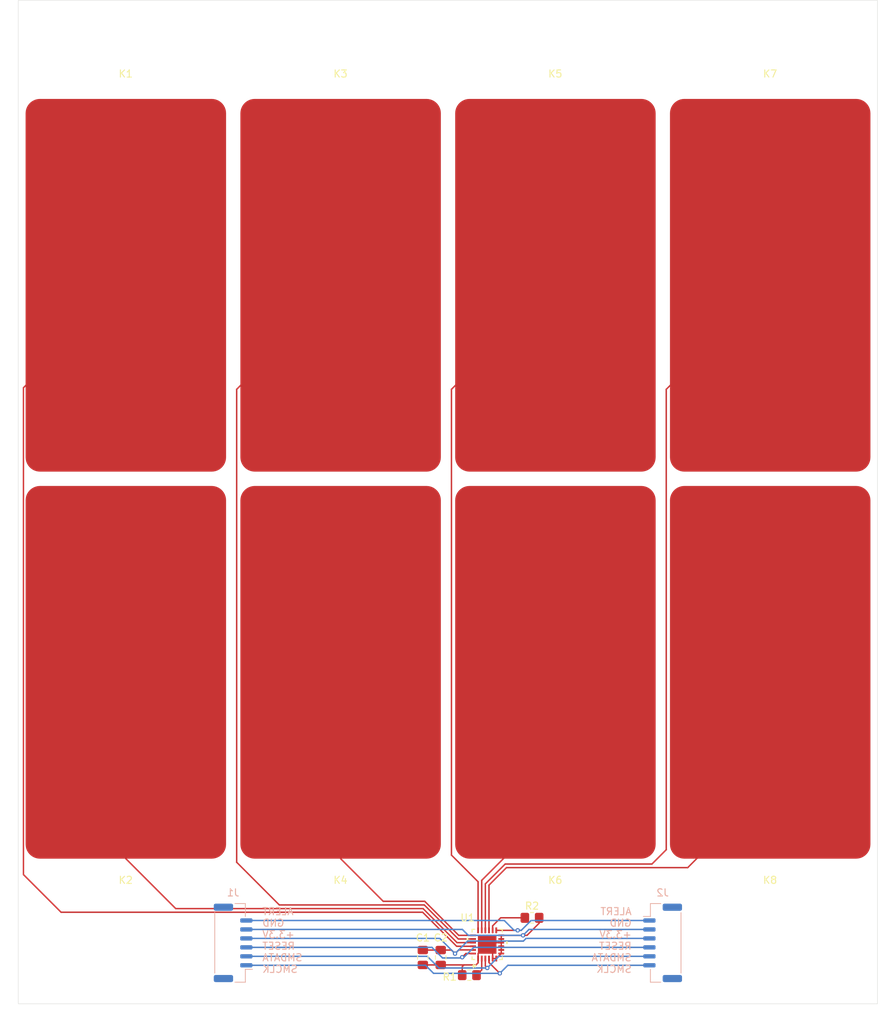
<source format=kicad_pcb>
(kicad_pcb (version 20240108) (generator "pcbnew") (generator_version "8.0")
  (layers (0 "F.Cu" signal) (31 "B.Cu" signal) (34 "B.Paste" user) (35 "F.Paste" user) (36 "B.SilkS" user "B.Silkscreen") (37 "F.SilkS" user "F.Silkscreen") (38 "B.Mask" user) (39 "F.Mask" user) (44 "Edge.Cuts" user))
  (net 0 "")
  (net 1 "+3.3V")
  (net 2 "SMDATA")
  (net 3 "RESET")
  (net 4 "GND")
  (net 5 "ALERT")
  (net 6 "SMCLK")
  (net 7 "Net-(K1-Pin_1)")
  (net 8 "Net-(K2-Pin_1)")
  (net 9 "Net-(K3-Pin_1)")
  (net 10 "Net-(K4-Pin_1)")
  (net 11 "Net-(K5-Pin_1)")
  (net 12 "Net-(K6-Pin_1)")
  (net 13 "Net-(K7-Pin_1)")
  (net 14 "Net-(K8-Pin_1)")
  (net 15 "Net-(U1-WAKE{slash}SPI_MOSI)")
  (net 16 "Net-(U1-ADDR_COMM)")
  (footprint "Resistor_SMD:R_0805_2012Metric_Pad1.20x1.40mm_HandSolder" (layer "F.Cu") (at 121.75 261)
    (property "Reference" "R1" (at -2.75 0.25 0) (layer "F.SilkS"))
    (property "Value" "10k")
    (fp_line (start -0.227064 -0.735) (end 0.227064 -0.735) (stroke (width 0.12)) (layer "F.SilkS"))
    (fp_line (start -0.227064 0.735) (end 0.227064 0.735) (stroke (width 0.12)) (layer "F.SilkS"))
    (pad "1" smd roundrect (at -1 0) (size 1.2 1.4) (layers "F.Cu" "F.Paste" "F.Mask") (roundrect_rratio 0.208333) (net 4 "GND"))
    (pad "2" smd roundrect (at 1 0) (size 1.2 1.4) (layers "F.Cu" "F.Paste" "F.Mask") (roundrect_rratio 0.208333) (net 15 "Net-(U1-WAKE{slash}SPI_MOSI)"))
  )
  (footprint "Resistor_SMD:R_0805_2012Metric_Pad1.20x1.40mm_HandSolder" (layer "F.Cu") (at 130.5 253)
    (property "Reference" "R2" (at 0 -1.65 0) (layer "F.SilkS"))
    (property "Value" "150k")
    (fp_line (start -0.227064 -0.735) (end 0.227064 -0.735) (stroke (width 0.12)) (layer "F.SilkS"))
    (fp_line (start -0.227064 0.735) (end 0.227064 0.735) (stroke (width 0.12)) (layer "F.SilkS"))
    (pad "1" smd roundrect (at -1 0) (size 1.2 1.4) (layers "F.Cu" "F.Paste" "F.Mask") (roundrect_rratio 0.208333) (net 16 "Net-(U1-ADDR_COMM)"))
    (pad "2" smd roundrect (at 1 0) (size 1.2 1.4) (layers "F.Cu" "F.Paste" "F.Mask") (roundrect_rratio 0.208333) (net 4 "GND"))
  )
  (footprint "TouchKey:TouchKey_Standard" (layer "F.Cu") (at 103.76905 218.75)
    (property "Reference" "K4" (at -0.01905 29 0) (layer "F.SilkS"))
    (property "Value" "Conn_01x01")
    (pad "1" smd roundrect (at 0 0) (size 28 52) (layers "F.Cu") (roundrect_rratio 0.07142857143) (net 10 "Net-(K4-Pin_1)"))
  )
  (footprint "CAP1188_1_CP_TR:QFN24_4X4MC_MCH" (layer "F.Cu") (at 124.238 256.7185 90)
    (property "Reference" "U1" (at 3.7185 -2.738 0) (layer "F.SilkS"))
    (property "Value" "CAP1188-1-CP-TR")
    (fp_line (start 2.1082 -2.1082) (end 1.72974 -2.1082) (stroke (width 0.1524)) (layer "F.SilkS"))
    (fp_line (start -1.72974 -2.1082) (end -2.1082 -2.1082) (stroke (width 0.1524)) (layer "F.SilkS"))
    (fp_line (start -2.1082 -2.1082) (end -2.1082 -1.72974) (stroke (width 0.1524)) (layer "F.SilkS"))
    (fp_line (start 2.1082 -1.72974) (end 2.1082 -2.1082) (stroke (width 0.1524)) (layer "F.SilkS"))
    (fp_line (start -2.1082 1.72974) (end -2.1082 2.1082) (stroke (width 0.1524)) (layer "F.SilkS"))
    (fp_line (start 2.1082 2.1082) (end 2.1082 1.72974) (stroke (width 0.1524)) (layer "F.SilkS"))
    (fp_line (start 1.72974 2.1082) (end 2.1082 2.1082) (stroke (width 0.1524)) (layer "F.SilkS"))
    (fp_line (start -2.1082 2.1082) (end -1.72974 2.1082) (stroke (width 0.1524)) (layer "F.SilkS"))
    (fp_poly (pts (xy 0.5715 -2.6289) (xy 0.5715 -2.8829) (xy 0.9525 -2.8829) (xy 0.9525 -2.6289)) (fill solid) (layer "F.SilkS"))
    (fp_poly (pts (xy 0.0635 2.6289) (xy 0.0635 2.8829) (xy 0.4445 2.8829) (xy 0.4445 2.6289)) (fill solid) (layer "F.SilkS"))
    (fp_text user "*" (at -3.0099 -1.524 90) (layer "F.SilkS"))
    (fp_text user "*" (at -3.0099 -1.524 90) (layer "F.SilkS"))
    (pad "1" smd rect (at -1.9685 -1.27 180) (size 0.254 0.8128) (layers "F.Cu" "F.Paste" "F.Mask") (net 4 "GND"))
    (pad "2" smd rect (at -1.9685 -0.762 180) (size 0.254 0.8128) (layers "F.Cu" "F.Paste" "F.Mask") (net 15 "Net-(U1-WAKE{slash}SPI_MOSI)"))
    (pad "3" smd rect (at -1.9685 -0.254 180) (size 0.254 0.8128) (layers "F.Cu" "F.Paste" "F.Mask") (net 2 "SMDATA"))
    (pad "4" smd rect (at -1.9685 0.254 180) (size 0.254 0.8128) (layers "F.Cu" "F.Paste" "F.Mask") (net 6 "SMCLK"))
    (pad "5" smd rect (at -1.9685 0.762 180) (size 0.254 0.8128) (layers "F.Cu" "F.Paste" "F.Mask") (net 4 "GND"))
    (pad "6" smd rect (at -1.9685 1.27 180) (size 0.254 0.8128) (layers "F.Cu" "F.Paste" "F.Mask") (net 4 "GND"))
    (pad "7" smd rect (at -1.27 1.9685 90) (size 0.254 0.8128) (layers "F.Cu" "F.Paste" "F.Mask") (net 4 "GND"))
    (pad "8" smd rect (at -0.762 1.9685 90) (size 0.254 0.8128) (layers "F.Cu" "F.Paste" "F.Mask") (net 4 "GND"))
    (pad "9" smd rect (at -0.254 1.9685 90) (size 0.254 0.8128) (layers "F.Cu" "F.Paste" "F.Mask") (net 4 "GND"))
    (pad "10" smd rect (at 0.254 1.9685 90) (size 0.254 0.8128) (layers "F.Cu" "F.Paste" "F.Mask") (net 4 "GND"))
    (pad "11" smd rect (at 0.762 1.9685 90) (size 0.254 0.8128) (layers "F.Cu" "F.Paste" "F.Mask") (net 4 "GND"))
    (pad "12" smd rect (at 1.27 1.9685 90) (size 0.254 0.8128) (layers "F.Cu" "F.Paste" "F.Mask") (net 4 "GND"))
    (pad "13" smd rect (at 1.9685 1.27 180) (size 0.254 0.8128) (layers "F.Cu" "F.Paste" "F.Mask") (net 5 "ALERT"))
    (pad "14" smd rect (at 1.9685 0.762 180) (size 0.254 0.8128) (layers "F.Cu" "F.Paste" "F.Mask") (net 16 "Net-(U1-ADDR_COMM)"))
    (pad "15" smd rect (at 1.9685 0.254 180) (size 0.254 0.8128) (layers "F.Cu" "F.Paste" "F.Mask") (net 14 "Net-(K8-Pin_1)"))
    (pad "16" smd rect (at 1.9685 -0.254 180) (size 0.254 0.8128) (layers "F.Cu" "F.Paste" "F.Mask") (net 13 "Net-(K7-Pin_1)"))
    (pad "17" smd rect (at 1.9685 -0.762 180) (size 0.254 0.8128) (layers "F.Cu" "F.Paste" "F.Mask") (net 12 "Net-(K6-Pin_1)"))
    (pad "18" smd rect (at 1.9685 -1.27 180) (size 0.254 0.8128) (layers "F.Cu" "F.Paste" "F.Mask") (net 11 "Net-(K5-Pin_1)"))
    (pad "19" smd rect (at 1.27 -1.9685 90) (size 0.254 0.8128) (layers "F.Cu" "F.Paste" "F.Mask") (net 10 "Net-(K4-Pin_1)"))
    (pad "20" smd rect (at 0.762 -1.9685 90) (size 0.254 0.8128) (layers "F.Cu" "F.Paste" "F.Mask") (net 9 "Net-(K3-Pin_1)"))
    (pad "21" smd rect (at 0.254 -1.9685 90) (size 0.254 0.8128) (layers "F.Cu" "F.Paste" "F.Mask") (net 8 "Net-(K2-Pin_1)"))
    (pad "22" smd rect (at -0.254 -1.9685 90) (size 0.254 0.8128) (layers "F.Cu" "F.Paste" "F.Mask") (net 7 "Net-(K1-Pin_1)"))
    (pad "23" smd rect (at -0.762 -1.9685 90) (size 0.254 0.8128) (layers "F.Cu" "F.Paste" "F.Mask") (net 1 "+3.3V"))
    (pad "24" smd rect (at -1.27 -1.9685 90) (size 0.254 0.8128) (layers "F.Cu" "F.Paste" "F.Mask") (net 3 "RESET"))
    (pad "25" smd rect (at 0 0 90) (size 2.5908 2.5908) (layers "F.Cu" "F.Paste" "F.Mask") (net 4 "GND"))
  )
  (footprint "TouchKey:TouchKey_Standard" (layer "F.Cu") (at 103.76905 164.75 180)
    (property "Reference" "K3" (at 0.01905 29.5 0) (layer "F.SilkS"))
    (property "Value" "Conn_01x01")
    (pad "1" smd roundrect (at 0 0 180) (size 28 52) (layers "F.Cu") (roundrect_rratio 0.07142857143) (net 9 "Net-(K3-Pin_1)"))
  )
  (footprint "MountingHole:MountingHole_3.2mm_M3" (layer "F.Cu") (at 173.75 130)
    (property "Reference" "H2" (hide yes))
    (property "Value" "MountingHole")
    (pad "" np_thru_hole circle (at 0 0) (size 3.2 3.2) (drill 3.2) (layers "*.Cu" "*.Mask"))
  )
  (footprint "TouchKey:TouchKey_Standard" (layer "F.Cu") (at 163.76905 218.75)
    (property "Reference" "K8" (at -0.01905 29 0) (layer "F.SilkS"))
    (property "Value" "Conn_01x01")
    (pad "1" smd roundrect (at 0 0) (size 28 52) (layers "F.Cu") (roundrect_rratio 0.07142857143) (net 14 "Net-(K8-Pin_1)"))
  )
  (footprint "TouchKey:TouchKey_Standard" (layer "F.Cu") (at 73.76905 164.75 180)
    (property "Reference" "K1" (at 0.01905 29.5 0) (layer "F.SilkS"))
    (property "Value" "Conn_01x01")
    (pad "1" smd roundrect (at 0 0 180) (size 28 52) (layers "F.Cu") (roundrect_rratio 0.07142857143) (net 7 "Net-(K1-Pin_1)"))
  )
  (footprint "Capacitor_SMD:C_0805_2012Metric_Pad1.18x1.45mm_HandSolder" (layer "F.Cu") (at 117.75 258.5375 -90)
    (property "Reference" "C2" (at -2.75 0 0) (layer "F.SilkS"))
    (property "Value" "10uF")
    (fp_line (start -0.261252 0.735) (end 0.261252 0.735) (stroke (width 0.12)) (layer "F.SilkS"))
    (fp_line (start -0.261252 -0.735) (end 0.261252 -0.735) (stroke (width 0.12)) (layer "F.SilkS"))
    (pad "1" smd roundrect (at -1.0375 0 270) (size 1.175 1.45) (layers "F.Cu" "F.Paste" "F.Mask") (roundrect_rratio 0.212766) (net 1 "+3.3V"))
    (pad "2" smd roundrect (at 1.0375 0 270) (size 1.175 1.45) (layers "F.Cu" "F.Paste" "F.Mask") (roundrect_rratio 0.212766) (net 4 "GND"))
  )
  (footprint "TouchKey:TouchKey_Standard" (layer "F.Cu") (at 133.76905 218.75)
    (property "Reference" "K6" (at -0.01905 29 0) (layer "F.SilkS"))
    (property "Value" "Conn_01x01")
    (pad "1" smd roundrect (at 0 0) (size 28 52) (layers "F.Cu") (roundrect_rratio 0.07142857143) (net 12 "Net-(K6-Pin_1)"))
  )
  (footprint "Capacitor_SMD:C_0805_2012Metric_Pad1.18x1.45mm_HandSolder" (layer "F.Cu") (at 115.25 258.5375 -90)
    (property "Reference" "C1" (at -2.75 0 0) (layer "F.SilkS"))
    (property "Value" "0.1uF")
    (fp_line (start -0.261252 0.735) (end 0.261252 0.735) (stroke (width 0.12)) (layer "F.SilkS"))
    (fp_line (start -0.261252 -0.735) (end 0.261252 -0.735) (stroke (width 0.12)) (layer "F.SilkS"))
    (pad "1" smd roundrect (at -1.0375 0 270) (size 1.175 1.45) (layers "F.Cu" "F.Paste" "F.Mask") (roundrect_rratio 0.212766) (net 1 "+3.3V"))
    (pad "2" smd roundrect (at 1.0375 0 270) (size 1.175 1.45) (layers "F.Cu" "F.Paste" "F.Mask") (roundrect_rratio 0.212766) (net 4 "GND"))
  )
  (footprint "MountingHole:MountingHole_3.2mm_M3" (layer "F.Cu") (at 63.75 260)
    (property "Reference" "H3" (hide yes))
    (property "Value" "MountingHole")
    (pad "" np_thru_hole circle (at 0 0) (size 3.2 3.2) (drill 3.2) (layers "*.Cu" "*.Mask"))
  )
  (footprint "MountingHole:MountingHole_3.2mm_M3" (layer "F.Cu") (at 63.75 130)
    (property "Reference" "H1" (hide yes))
    (property "Value" "MountingHole")
    (pad "" np_thru_hole circle (at 0 0) (size 3.2 3.2) (drill 3.2) (layers "*.Cu" "*.Mask"))
  )
  (footprint "TouchKey:TouchKey_Standard" (layer "F.Cu") (at 73.76905 218.75)
    (property "Reference" "K2" (at -0.01905 29 0) (layer "F.SilkS"))
    (property "Value" "Conn_01x01")
    (pad "1" smd roundrect (at 0 0) (size 28 52) (layers "F.Cu") (roundrect_rratio 0.07142857143) (net 8 "Net-(K2-Pin_1)"))
  )
  (footprint "MountingHole:MountingHole_3.2mm_M3" (layer "F.Cu") (at 173.75 260)
    (property "Reference" "H4" (hide yes))
    (property "Value" "MountingHole")
    (pad "" np_thru_hole circle (at 0 0) (size 3.2 3.2) (drill 3.2) (layers "*.Cu" "*.Mask"))
  )
  (footprint "TouchKey:TouchKey_Standard" (layer "F.Cu") (at 163.76905 164.75 180)
    (property "Reference" "K7" (at 0.01905 29.5 0) (layer "F.SilkS"))
    (property "Value" "Conn_01x01")
    (pad "1" smd roundrect (at 0 0 180) (size 28 52) (layers "F.Cu") (roundrect_rratio 0.07142857143) (net 13 "Net-(K7-Pin_1)"))
  )
  (footprint "TouchKey:TouchKey_Standard" (layer "F.Cu") (at 133.76905 164.75 180)
    (property "Reference" "K5" (at 0.01905 29.5 0) (layer "F.SilkS"))
    (property "Value" "Conn_01x01")
    (pad "1" smd roundrect (at 0 0 180) (size 28 52) (layers "F.Cu") (roundrect_rratio 0.07142857143) (net 11 "Net-(K5-Pin_1)"))
  )
  (footprint "Connector_JST:JST_GH_SM06B-GHS-TB_1x06-1MP_P1.25mm_Horizontal" (layer "B.Cu") (at 88.75 256.5 90)
    (property "Reference" "J1" (at 7 0 0) (layer "B.SilkS") (effects (justify mirror)))
    (property "Value" "Conn_01x06_Socket")
    (fp_line (start 4.215 -2.56) (end -4.215 -2.56) (stroke (width 0.12)) (layer "B.SilkS"))
    (fp_line (start 5.485 1.71) (end 5.485 0.26) (stroke (width 0.12)) (layer "B.SilkS"))
    (fp_line (start 3.685 1.71) (end 5.485 1.71) (stroke (width 0.12)) (layer "B.SilkS"))
    (fp_line (start -3.685 1.71) (end -5.485 1.71) (stroke (width 0.12)) (layer "B.SilkS"))
    (fp_line (start -5.485 1.71) (end -5.485 0.26) (stroke (width 0.12)) (layer "B.SilkS"))
    (fp_line (start -3.685 2.7) (end -3.685 1.71) (stroke (width 0.12)) (layer "B.SilkS"))
    (pad "1" smd roundrect (at -3.125 1.85 90) (size 0.6 1.7) (layers "B.Cu" "B.Paste" "B.Mask") (net 6 "SMCLK"))
    (pad "2" smd roundrect (at -1.875 1.85 90) (size 0.6 1.7) (layers "B.Cu" "B.Paste" "B.Mask") (net 2 "SMDATA"))
    (pad "3" smd roundrect (at -0.625 1.85 90) (size 0.6 1.7) (layers "B.Cu" "B.Paste" "B.Mask") (net 3 "RESET"))
    (pad "4" smd roundrect (at 0.625 1.85 90) (size 0.6 1.7) (layers "B.Cu" "B.Paste" "B.Mask") (net 1 "+3.3V"))
    (pad "5" smd roundrect (at 1.875 1.85 90) (size 0.6 1.7) (layers "B.Cu" "B.Paste" "B.Mask") (net 4 "GND"))
    (pad "6" smd roundrect (at 3.125 1.85 90) (size 0.6 1.7) (layers "B.Cu" "B.Paste" "B.Mask") (net 5 "ALERT"))
    (pad "MP" smd roundrect (at -4.975 -1.35 90) (size 1 2.7) (layers "B.Cu" "B.Paste" "B.Mask"))
    (pad "MP" smd roundrect (at 4.975 -1.35 90) (size 1 2.7) (layers "B.Cu" "B.Paste" "B.Mask"))
  )
  (footprint "Logo:Snep_Copper" (layer "B.Cu") (at 164.5 256.25 180)
    (property "Reference" "G***" (hide yes))
    (property "Value" "LOGO" (hide yes))
  )
  (footprint "Connector_JST:JST_GH_SM06B-GHS-TB_1x06-1MP_P1.25mm_Horizontal" (layer "B.Cu") (at 148.75 256.5 -90)
    (property "Reference" "J2" (at -7 0 0) (layer "B.SilkS") (effects (justify mirror)))
    (property "Value" "Conn_01x06_Socket")
    (fp_line (start -3.685 2.7) (end -3.685 1.71) (stroke (width 0.12)) (layer "B.SilkS"))
    (fp_line (start -5.485 1.71) (end -5.485 0.26) (stroke (width 0.12)) (layer "B.SilkS"))
    (fp_line (start -3.685 1.71) (end -5.485 1.71) (stroke (width 0.12)) (layer "B.SilkS"))
    (fp_line (start 3.685 1.71) (end 5.485 1.71) (stroke (width 0.12)) (layer "B.SilkS"))
    (fp_line (start 5.485 1.71) (end 5.485 0.26) (stroke (width 0.12)) (layer "B.SilkS"))
    (fp_line (start 4.215 -2.56) (end -4.215 -2.56) (stroke (width 0.12)) (layer "B.SilkS"))
    (pad "1" smd roundrect (at -3.125 1.85 270) (size 0.6 1.7) (layers "B.Cu" "B.Paste" "B.Mask") (net 5 "ALERT"))
    (pad "2" smd roundrect (at -1.875 1.85 270) (size 0.6 1.7) (layers "B.Cu" "B.Paste" "B.Mask") (net 4 "GND"))
    (pad "3" smd roundrect (at -0.625 1.85 270) (size 0.6 1.7) (layers "B.Cu" "B.Paste" "B.Mask") (net 1 "+3.3V"))
    (pad "4" smd roundrect (at 0.625 1.85 270) (size 0.6 1.7) (layers "B.Cu" "B.Paste" "B.Mask") (net 3 "RESET"))
    (pad "5" smd roundrect (at 1.875 1.85 270) (size 0.6 1.7) (layers "B.Cu" "B.Paste" "B.Mask") (net 2 "SMDATA"))
    (pad "6" smd roundrect (at 3.125 1.85 270) (size 0.6 1.7) (layers "B.Cu" "B.Paste" "B.Mask") (net 6 "SMCLK"))
    (pad "MP" smd roundrect (at -4.975 -1.35 270) (size 1 2.7) (layers "B.Cu" "B.Paste" "B.Mask"))
    (pad "MP" smd roundrect (at 4.975 -1.35 270) (size 1 2.7) (layers "B.Cu" "B.Paste" "B.Mask"))
  )
  (gr_rect (start 58.75 125) (end 178.75 265) (stroke (width 0.05)) (fill none) (layer "Edge.Cuts"))
  (gr_text "ALERT\nGND\n+3.3V\nRESET\nSMDATA\nSMCLK" (at 92.75 260.75 0) (layer "B.SilkS") (effects (font (size 1 1)) (justify right bottom mirror)))
  (gr_text "ALERT\nGND\n+3.3V\nRESET\nSMDATA\nSMCLK" (at 144.5 260.75 -0) (layer "B.SilkS") (effects (font (size 1 1)) (justify left bottom mirror)))
  (segment (start 115.25 257.5) (end 119.25 257.5) (width 0.2) (layer "F.Cu") (net 1))
  (segment (start 119.75 258) (end 120.2695 257.4805) (width 0.2) (layer "F.Cu") (net 1))
  (segment (start 119.25 257.5) (end 119.75 258) (width 0.2) (layer "F.Cu") (net 1))
  (segment (start 120.2695 257.4805) (end 122.2695 257.4805) (width 0.2) (layer "F.Cu") (net 1))
  (via (at 119.75 258) (size 0.6) (drill 0.3) (layers "F.Cu" "B.Cu") (net 1))
  (segment (start 121.5 256.25) (end 119.75 258) (width 0.2) (layer "B.Cu") (net 1))
  (segment (start 119.75 258) (end 117.625 255.875) (width 0.2) (layer "B.Cu") (net 1))
  (segment (start 129.672029 255.875) (end 129.297029 256.25) (width 0.2) (layer "B.Cu") (net 1))
  (segment (start 146.9 255.875) (end 129.672029 255.875) (width 0.2) (layer "B.Cu") (net 1))
  (segment (start 117.625 255.875) (end 90.6 255.875) (width 0.2) (layer "B.Cu") (net 1))
  (segment (start 129.297029 256.25) (end 121.5 256.25) (width 0.2) (layer "B.Cu") (net 1))
  (segment (start 124.25 260) (end 123.984 259.734) (width 0.2) (layer "F.Cu") (net 2))
  (segment (start 123.984 259.734) (end 123.984 258.687) (width 0.2) (layer "F.Cu") (net 2))
  (via (at 124.25 260) (size 0.6) (drill 0.3) (layers "F.Cu" "B.Cu") (net 2))
  (segment (start 124.25 260) (end 117.5 260) (width 0.2) (layer "B.Cu") (net 2))
  (segment (start 115.875 258.375) (end 90.6 258.375) (width 0.2) (layer "B.Cu") (net 2))
  (segment (start 124.25 260) (end 125.875 258.375) (width 0.2) (layer "B.Cu") (net 2))
  (segment (start 125.875 258.375) (end 146.9 258.375) (width 0.2) (layer "B.Cu") (net 2))
  (segment (start 117.5 260) (end 115.875 258.375) (width 0.2) (layer "B.Cu") (net 2))
  (segment (start 122.2695 257.9885) (end 121.2615 257.9885) (width 0.2) (layer "F.Cu") (net 3))
  (segment (start 121.2615 257.9885) (end 120.75 258.5) (width 0.2) (layer "F.Cu") (net 3))
  (via (at 120.75 258.5) (size 0.6) (drill 0.3) (layers "F.Cu" "B.Cu") (net 3))
  (segment (start 121 258.5) (end 122.375 257.125) (width 0.2) (layer "B.Cu") (net 3))
  (segment (start 120.75 258.5) (end 121 258.5) (width 0.2) (layer "B.Cu") (net 3))
  (segment (start 120.65 258.6) (end 118 258.6) (width 0.2) (layer "B.Cu") (net 3))
  (segment (start 116.525 257.125) (end 90.6 257.125) (width 0.2) (layer "B.Cu") (net 3))
  (segment (start 118 258.6) (end 116.525 257.125) (width 0.2) (layer "B.Cu") (net 3))
  (segment (start 120.75 258.5) (end 120.65 258.6) (width 0.2) (layer "B.Cu") (net 3))
  (segment (start 122.375 257.125) (end 146.9 257.125) (width 0.2) (layer "B.Cu") (net 3))
  (segment (start 131.5 253.75) (end 131.5 253) (width 0.2) (layer "F.Cu") (net 4))
  (segment (start 122.675 259.575) (end 122.968 259.282) (width 0.2) (layer "F.Cu") (net 4))
  (segment (start 122.9759 258.6791) (end 122.9759 257.9806) (width 0.2) (layer "F.Cu") (net 4))
  (segment (start 115.25 259.575) (end 117.75 259.575) (width 0.2) (layer "F.Cu") (net 4))
  (segment (start 122.9759 257.9806) (end 124.238 256.7185) (width 0.2) (layer "F.Cu") (net 4))
  (segment (start 124.492 256.4645) (end 124.238 256.7185) (width 0.2) (layer "F.Cu") (net 4))
  (segment (start 125 258.687) (end 125 257.4805) (width 0.2) (layer "F.Cu") (net 4))
  (segment (start 125.508 258.687) (end 126.2065 257.9885) (width 0.2) (layer "F.Cu") (net 4))
  (segment (start 120.75 259.825) (end 121 259.575) (width 0.2) (layer "F.Cu") (net 4))
  (segment (start 129.25 255.4485) (end 129.8015 255.4485) (width 0.2) (layer "F.Cu") (net 4))
  (segment (start 117.75 259.575) (end 122.675 259.575) (width 0.2) (layer "F.Cu") (net 4))
  (segment (start 120.75 261) (end 120.75 259.825) (width 0.2) (layer "F.Cu") (net 4))
  (segment (start 129.25 255.4485) (end 126.2065 255.4485) (width 0.2) (layer "F.Cu") (net 4))
  (segment (start 125 257.4805) (end 124.238 256.7185) (width 0.2) (layer "F.Cu") (net 4))
  (segment (start 126.2065 256.4645) (end 124.492 256.4645) (width 0.2) (layer "F.Cu") (net 4))
  (segment (start 122.968 258.687) (end 122.9759 258.6791) (width 0.2) (layer "F.Cu") (net 4))
  (segment (start 129.8015 255.4485) (end 131.5 253.75) (width 0.2) (layer "F.Cu") (net 4))
  (segment (start 126.2065 257.9885) (end 126.2065 255.4485) (width 0.2) (layer "F.Cu") (net 4))
  (segment (start 122.968 259.282) (end 122.968 258.687) (width 0.2) (layer "F.Cu") (net 4))
  (segment (start 125 258.687) (end 125.508 258.687) (width 0.2) (layer "F.Cu") (net 4))
  (via (at 129.25 255.4485) (size 0.6) (drill 0.3) (layers "F.Cu" "B.Cu") (net 4))
  (segment (start 129.25 255.4485) (end 130.0735 254.625) (width 0.2) (layer "B.Cu") (net 4))
  (segment (start 121.599971 255.4485) (end 120.776471 254.625) (width 0.2) (layer "B.Cu") (net 4))
  (segment (start 120.776471 254.625) (end 90.6 254.625) (width 0.2) (layer "B.Cu") (net 4))
  (segment (start 129.25 255.4485) (end 121.599971 255.4485) (width 0.2) (layer "B.Cu") (net 4))
  (segment (start 130.0735 254.625) (end 146.9 254.625) (width 0.2) (layer "B.Cu") (net 4))
  (segment (start 125.508 254.75) (end 128.5 254.75) (width 0.2) (layer "F.Cu") (net 5))
  (via (at 128.5 254.75) (size 0.6) (drill 0.3) (layers "F.Cu" "B.Cu") (net 5))
  (segment (start 129 254.75) (end 130.375 253.375) (width 0.2) (layer "B.Cu") (net 5))
  (segment (start 126.625 253.375) (end 128 254.75) (width 0.2) (layer "B.Cu") (net 5))
  (segment (start 128 254.75) (end 128.5 254.75) (width 0.2) (layer "B.Cu") (net 5))
  (segment (start 128.5 254.75) (end 129 254.75) (width 0.2) (layer "B.Cu") (net 5))
  (segment (start 130.375 253.375) (end 146.9 253.375) (width 0.2) (layer "B.Cu") (net 5))
  (segment (start 90.6 253.375) (end 126.625 253.375) (width 0.2) (layer "B.Cu") (net 5))
  (segment (start 124.492 259.242) (end 126 260.75) (width 0.2) (layer "F.Cu") (net 6))
  (segment (start 124.492 258.687) (end 124.492 259.242) (width 0.2) (layer "F.Cu") (net 6))
  (via (at 126 260.75) (size 0.6) (drill 0.3) (layers "F.Cu" "B.Cu") (net 6))
  (segment (start 126 260.75) (end 127.125 259.625) (width 0.2) (layer "B.Cu") (net 6))
  (segment (start 116.75 260.75) (end 115.625 259.625) (width 0.2) (layer "B.Cu") (net 6))
  (segment (start 126 260.75) (end 116.75 260.75) (width 0.2) (layer "B.Cu") (net 6))
  (segment (start 115.625 259.625) (end 90.6 259.625) (width 0.2) (layer "B.Cu") (net 6))
  (segment (start 127.125 259.625) (end 146.9 259.625) (width 0.2) (layer "B.Cu") (net 6))
  (segment (start 73.76905 164.75) (end 59.46905 179.05) (width 0.2) (layer "F.Cu") (net 7))
  (segment (start 59.46905 179.05) (end 59.46905 246.96905) (width 0.2) (layer "F.Cu") (net 7))
  (segment (start 64.7225 252.2225) (end 115.2225 252.2225) (width 0.2) (layer "F.Cu") (net 7))
  (segment (start 115.2225 252.2225) (end 119.9725 256.9725) (width 0.2) (layer "F.Cu") (net 7))
  (segment (start 119.9725 256.9725) (end 122.2695 256.9725) (width 0.2) (layer "F.Cu") (net 7))
  (segment (start 59.46905 246.96905) (end 64.7225 252.2225) (width 0.2) (layer "F.Cu") (net 7))
  (segment (start 73.76905 218.75) (end 73.76905 244.75) (width 0.2) (layer "F.Cu") (net 8))
  (segment (start 120.030186 256.4645) (end 122.2695 256.4645) (width 0.2) (layer "F.Cu") (net 8))
  (segment (start 73.76905 244.75) (end 80.73355 251.7145) (width 0.2) (layer "F.Cu") (net 8))
  (segment (start 80.73355 251.7145) (end 115.280186 251.7145) (width 0.2) (layer "F.Cu") (net 8))
  (segment (start 115.280186 251.7145) (end 120.030186 256.4645) (width 0.2) (layer "F.Cu") (net 8))
  (segment (start 89.25 179.26905) (end 89.25 245.25) (width 0.2) (layer "F.Cu") (net 9))
  (segment (start 95.2065 251.2065) (end 115.4565 251.2065) (width 0.2) (layer "F.Cu") (net 9))
  (segment (start 89.25 245.25) (end 95.2065 251.2065) (width 0.2) (layer "F.Cu") (net 9))
  (segment (start 103.76905 164.75) (end 89.25 179.26905) (width 0.2) (layer "F.Cu") (net 9))
  (segment (start 120.2065 255.9565) (end 122.2695 255.9565) (width 0.2) (layer "F.Cu") (net 9))
  (segment (start 115.4565 251.2065) (end 120.2065 255.9565) (width 0.2) (layer "F.Cu") (net 9))
  (segment (start 109.71755 250.6985) (end 115.514186 250.6985) (width 0.2) (layer "F.Cu") (net 10))
  (segment (start 103.76905 244.75) (end 109.71755 250.6985) (width 0.2) (layer "F.Cu") (net 10))
  (segment (start 103.76905 218.75) (end 103.76905 244.75) (width 0.2) (layer "F.Cu") (net 10))
  (segment (start 120.264186 255.4485) (end 122.2695 255.4485) (width 0.2) (layer "F.Cu") (net 10))
  (segment (start 115.514186 250.6985) (end 120.264186 255.4485) (width 0.2) (layer "F.Cu") (net 10))
  (segment (start 133.76905 164.75) (end 119.25 179.26905) (width 0.2) (layer "F.Cu") (net 11))
  (segment (start 119.25 179.26905) (end 119.25 244.25) (width 0.2) (layer "F.Cu") (net 11))
  (segment (start 122.968 247.968) (end 122.968 254.75) (width 0.2) (layer "F.Cu") (net 11))
  (segment (start 119.25 244.25) (end 122.968 247.968) (width 0.2) (layer "F.Cu") (net 11))
  (segment (start 133.76905 237.48095) (end 123.476 247.774) (width 0.2) (layer "F.Cu") (net 12))
  (segment (start 123.476 247.774) (end 123.476 254.75) (width 0.2) (layer "F.Cu") (net 12))
  (segment (start 133.76905 218.75) (end 133.76905 237.48095) (width 0.2) (layer "F.Cu") (net 12))
  (segment (start 123.984 248.266) (end 123.984 254.75) (width 0.2) (layer "F.Cu") (net 13))
  (segment (start 149.25 243.5) (end 147.25 245.5) (width 0.2) (layer "F.Cu") (net 13))
  (segment (start 126.75 245.5) (end 123.984 248.266) (width 0.2) (layer "F.Cu") (net 13))
  (segment (start 149.25 179.26905) (end 149.25 243.5) (width 0.2) (layer "F.Cu") (net 13))
  (segment (start 163.76905 164.75) (end 149.25 179.26905) (width 0.2) (layer "F.Cu") (net 13))
  (segment (start 147.25 245.5) (end 126.75 245.5) (width 0.2) (layer "F.Cu") (net 13))
  (segment (start 163.76905 234.48095) (end 152.25 246) (width 0.2) (layer "F.Cu") (net 14))
  (segment (start 152.25 246) (end 126.9333 246) (width 0.2) (layer "F.Cu") (net 14))
  (segment (start 126.9333 246) (end 124.492 248.4413) (width 0.2) (layer "F.Cu") (net 14))
  (segment (start 163.76905 218.75) (end 163.76905 234.48095) (width 0.2) (layer "F.Cu") (net 14))
  (segment (start 124.492 248.4413) (end 124.492 254.75) (width 0.2) (layer "F.Cu") (net 14))
  (segment (start 123.476 260.274) (end 122.75 261) (width 0.2) (layer "F.Cu") (net 15))
  (segment (start 123.476 258.687) (end 123.476 260.274) (width 0.2) (layer "F.Cu") (net 15))
  (segment (start 125 254.75) (end 125 254.1246) (width 0.2) (layer "F.Cu") (net 16))
  (segment (start 125 254.1246) (end 126.1246 253) (width 0.2) (layer "F.Cu") (net 16))
  (segment (start 126.1246 253) (end 129.5 253) (width 0.2) (layer "F.Cu") (net 16))
)
</source>
